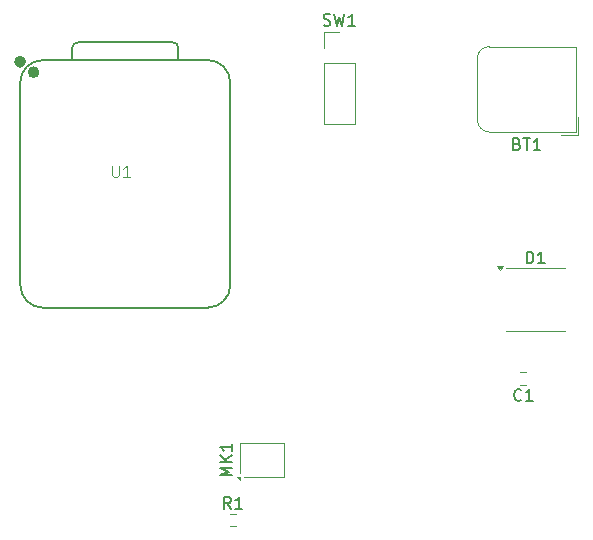
<source format=gbr>
%TF.GenerationSoftware,KiCad,Pcbnew,8.0.8*%
%TF.CreationDate,2025-02-16T12:10:03-08:00*%
%TF.ProjectId,514_pcb,3531345f-7063-4622-9e6b-696361645f70,rev?*%
%TF.SameCoordinates,Original*%
%TF.FileFunction,Legend,Top*%
%TF.FilePolarity,Positive*%
%FSLAX46Y46*%
G04 Gerber Fmt 4.6, Leading zero omitted, Abs format (unit mm)*
G04 Created by KiCad (PCBNEW 8.0.8) date 2025-02-16 12:10:03*
%MOMM*%
%LPD*%
G01*
G04 APERTURE LIST*
%ADD10C,0.083750*%
%ADD11C,0.150000*%
%ADD12C,0.127000*%
%ADD13C,0.100000*%
%ADD14C,0.504000*%
%ADD15C,0.120000*%
G04 APERTURE END LIST*
D10*
X95787619Y-81993193D02*
X95787619Y-82750098D01*
X95787619Y-82750098D02*
X95832142Y-82839146D01*
X95832142Y-82839146D02*
X95876666Y-82883670D01*
X95876666Y-82883670D02*
X95965714Y-82928193D01*
X95965714Y-82928193D02*
X96143809Y-82928193D01*
X96143809Y-82928193D02*
X96232857Y-82883670D01*
X96232857Y-82883670D02*
X96277380Y-82839146D01*
X96277380Y-82839146D02*
X96321904Y-82750098D01*
X96321904Y-82750098D02*
X96321904Y-81993193D01*
X97256904Y-82928193D02*
X96722619Y-82928193D01*
X96989762Y-82928193D02*
X96989762Y-81993193D01*
X96989762Y-81993193D02*
X96900714Y-82126765D01*
X96900714Y-82126765D02*
X96811666Y-82215812D01*
X96811666Y-82215812D02*
X96722619Y-82260336D01*
D11*
X113666667Y-70077200D02*
X113809524Y-70124819D01*
X113809524Y-70124819D02*
X114047619Y-70124819D01*
X114047619Y-70124819D02*
X114142857Y-70077200D01*
X114142857Y-70077200D02*
X114190476Y-70029580D01*
X114190476Y-70029580D02*
X114238095Y-69934342D01*
X114238095Y-69934342D02*
X114238095Y-69839104D01*
X114238095Y-69839104D02*
X114190476Y-69743866D01*
X114190476Y-69743866D02*
X114142857Y-69696247D01*
X114142857Y-69696247D02*
X114047619Y-69648628D01*
X114047619Y-69648628D02*
X113857143Y-69601009D01*
X113857143Y-69601009D02*
X113761905Y-69553390D01*
X113761905Y-69553390D02*
X113714286Y-69505771D01*
X113714286Y-69505771D02*
X113666667Y-69410533D01*
X113666667Y-69410533D02*
X113666667Y-69315295D01*
X113666667Y-69315295D02*
X113714286Y-69220057D01*
X113714286Y-69220057D02*
X113761905Y-69172438D01*
X113761905Y-69172438D02*
X113857143Y-69124819D01*
X113857143Y-69124819D02*
X114095238Y-69124819D01*
X114095238Y-69124819D02*
X114238095Y-69172438D01*
X114571429Y-69124819D02*
X114809524Y-70124819D01*
X114809524Y-70124819D02*
X115000000Y-69410533D01*
X115000000Y-69410533D02*
X115190476Y-70124819D01*
X115190476Y-70124819D02*
X115428572Y-69124819D01*
X116333333Y-70124819D02*
X115761905Y-70124819D01*
X116047619Y-70124819D02*
X116047619Y-69124819D01*
X116047619Y-69124819D02*
X115952381Y-69267676D01*
X115952381Y-69267676D02*
X115857143Y-69362914D01*
X115857143Y-69362914D02*
X115761905Y-69410533D01*
X130861905Y-90254819D02*
X130861905Y-89254819D01*
X130861905Y-89254819D02*
X131100000Y-89254819D01*
X131100000Y-89254819D02*
X131242857Y-89302438D01*
X131242857Y-89302438D02*
X131338095Y-89397676D01*
X131338095Y-89397676D02*
X131385714Y-89492914D01*
X131385714Y-89492914D02*
X131433333Y-89683390D01*
X131433333Y-89683390D02*
X131433333Y-89826247D01*
X131433333Y-89826247D02*
X131385714Y-90016723D01*
X131385714Y-90016723D02*
X131338095Y-90111961D01*
X131338095Y-90111961D02*
X131242857Y-90207200D01*
X131242857Y-90207200D02*
X131100000Y-90254819D01*
X131100000Y-90254819D02*
X130861905Y-90254819D01*
X132385714Y-90254819D02*
X131814286Y-90254819D01*
X132100000Y-90254819D02*
X132100000Y-89254819D01*
X132100000Y-89254819D02*
X132004762Y-89397676D01*
X132004762Y-89397676D02*
X131909524Y-89492914D01*
X131909524Y-89492914D02*
X131814286Y-89540533D01*
X130420833Y-101789580D02*
X130373214Y-101837200D01*
X130373214Y-101837200D02*
X130230357Y-101884819D01*
X130230357Y-101884819D02*
X130135119Y-101884819D01*
X130135119Y-101884819D02*
X129992262Y-101837200D01*
X129992262Y-101837200D02*
X129897024Y-101741961D01*
X129897024Y-101741961D02*
X129849405Y-101646723D01*
X129849405Y-101646723D02*
X129801786Y-101456247D01*
X129801786Y-101456247D02*
X129801786Y-101313390D01*
X129801786Y-101313390D02*
X129849405Y-101122914D01*
X129849405Y-101122914D02*
X129897024Y-101027676D01*
X129897024Y-101027676D02*
X129992262Y-100932438D01*
X129992262Y-100932438D02*
X130135119Y-100884819D01*
X130135119Y-100884819D02*
X130230357Y-100884819D01*
X130230357Y-100884819D02*
X130373214Y-100932438D01*
X130373214Y-100932438D02*
X130420833Y-100980057D01*
X131373214Y-101884819D02*
X130801786Y-101884819D01*
X131087500Y-101884819D02*
X131087500Y-100884819D01*
X131087500Y-100884819D02*
X130992262Y-101027676D01*
X130992262Y-101027676D02*
X130897024Y-101122914D01*
X130897024Y-101122914D02*
X130801786Y-101170533D01*
X105833333Y-111024819D02*
X105500000Y-110548628D01*
X105261905Y-111024819D02*
X105261905Y-110024819D01*
X105261905Y-110024819D02*
X105642857Y-110024819D01*
X105642857Y-110024819D02*
X105738095Y-110072438D01*
X105738095Y-110072438D02*
X105785714Y-110120057D01*
X105785714Y-110120057D02*
X105833333Y-110215295D01*
X105833333Y-110215295D02*
X105833333Y-110358152D01*
X105833333Y-110358152D02*
X105785714Y-110453390D01*
X105785714Y-110453390D02*
X105738095Y-110501009D01*
X105738095Y-110501009D02*
X105642857Y-110548628D01*
X105642857Y-110548628D02*
X105261905Y-110548628D01*
X106785714Y-111024819D02*
X106214286Y-111024819D01*
X106500000Y-111024819D02*
X106500000Y-110024819D01*
X106500000Y-110024819D02*
X106404762Y-110167676D01*
X106404762Y-110167676D02*
X106309524Y-110262914D01*
X106309524Y-110262914D02*
X106214286Y-110310533D01*
X105912819Y-108209523D02*
X104912819Y-108209523D01*
X104912819Y-108209523D02*
X105627104Y-107876190D01*
X105627104Y-107876190D02*
X104912819Y-107542857D01*
X104912819Y-107542857D02*
X105912819Y-107542857D01*
X105912819Y-107066666D02*
X104912819Y-107066666D01*
X105912819Y-106495238D02*
X105341390Y-106923809D01*
X104912819Y-106495238D02*
X105484247Y-107066666D01*
X105912819Y-105542857D02*
X105912819Y-106114285D01*
X105912819Y-105828571D02*
X104912819Y-105828571D01*
X104912819Y-105828571D02*
X105055676Y-105923809D01*
X105055676Y-105923809D02*
X105150914Y-106019047D01*
X105150914Y-106019047D02*
X105198533Y-106114285D01*
X130064285Y-80131009D02*
X130207142Y-80178628D01*
X130207142Y-80178628D02*
X130254761Y-80226247D01*
X130254761Y-80226247D02*
X130302380Y-80321485D01*
X130302380Y-80321485D02*
X130302380Y-80464342D01*
X130302380Y-80464342D02*
X130254761Y-80559580D01*
X130254761Y-80559580D02*
X130207142Y-80607200D01*
X130207142Y-80607200D02*
X130111904Y-80654819D01*
X130111904Y-80654819D02*
X129730952Y-80654819D01*
X129730952Y-80654819D02*
X129730952Y-79654819D01*
X129730952Y-79654819D02*
X130064285Y-79654819D01*
X130064285Y-79654819D02*
X130159523Y-79702438D01*
X130159523Y-79702438D02*
X130207142Y-79750057D01*
X130207142Y-79750057D02*
X130254761Y-79845295D01*
X130254761Y-79845295D02*
X130254761Y-79940533D01*
X130254761Y-79940533D02*
X130207142Y-80035771D01*
X130207142Y-80035771D02*
X130159523Y-80083390D01*
X130159523Y-80083390D02*
X130064285Y-80131009D01*
X130064285Y-80131009D02*
X129730952Y-80131009D01*
X130588095Y-79654819D02*
X131159523Y-79654819D01*
X130873809Y-80654819D02*
X130873809Y-79654819D01*
X132016666Y-80654819D02*
X131445238Y-80654819D01*
X131730952Y-80654819D02*
X131730952Y-79654819D01*
X131730952Y-79654819D02*
X131635714Y-79797676D01*
X131635714Y-79797676D02*
X131540476Y-79892914D01*
X131540476Y-79892914D02*
X131445238Y-79940533D01*
D12*
%TO.C,U1*%
X87990000Y-92089000D02*
X87990000Y-74944000D01*
X89895000Y-93994000D02*
X103865000Y-93994000D01*
X92385000Y-73039000D02*
X92388728Y-72028728D01*
X92888728Y-71529000D02*
X100884000Y-71529000D01*
X101384000Y-72029000D02*
X101384000Y-73039000D01*
D13*
X103865000Y-73039000D02*
X89895000Y-73039000D01*
D12*
X103865000Y-73039000D02*
X89895000Y-73039000D01*
X105770000Y-92089000D02*
X105770000Y-74944000D01*
X87990000Y-74944000D02*
G75*
G02*
X89895000Y-73039000I1905001J-1D01*
G01*
X89895000Y-93994000D02*
G75*
G02*
X87990000Y-92089000I1J1905001D01*
G01*
X92388728Y-72028728D02*
G75*
G02*
X92888728Y-71529001I500018J-291D01*
G01*
X100884000Y-71529000D02*
G75*
G02*
X101384000Y-72029000I0J-500000D01*
G01*
X103865000Y-73039000D02*
G75*
G02*
X105770000Y-74944000I0J-1905000D01*
G01*
X105770000Y-92089000D02*
G75*
G02*
X103865000Y-93994000I-1905000J0D01*
G01*
D14*
X88228000Y-73180000D02*
G75*
G02*
X87724000Y-73180000I-252000J0D01*
G01*
X87724000Y-73180000D02*
G75*
G02*
X88228000Y-73180000I252000J0D01*
G01*
X89371000Y-74060000D02*
G75*
G02*
X88867000Y-74060000I-252000J0D01*
G01*
X88867000Y-74060000D02*
G75*
G02*
X89371000Y-74060000I252000J0D01*
G01*
D15*
%TO.C,SW1*%
X113670000Y-70670000D02*
X115000000Y-70670000D01*
X113670000Y-72000000D02*
X113670000Y-70670000D01*
X113670000Y-73270000D02*
X113670000Y-78410000D01*
X113670000Y-73270000D02*
X116330000Y-73270000D01*
X113670000Y-78410000D02*
X116330000Y-78410000D01*
X116330000Y-73270000D02*
X116330000Y-78410000D01*
%TO.C,D1*%
X129100000Y-90600000D02*
X134100000Y-90600000D01*
X134100000Y-96000000D02*
X129100000Y-96000000D01*
X128600000Y-90800000D02*
X128360000Y-90470000D01*
X128840000Y-90470000D01*
X128600000Y-90800000D01*
G36*
X128600000Y-90800000D02*
G01*
X128360000Y-90470000D01*
X128840000Y-90470000D01*
X128600000Y-90800000D01*
G37*
%TO.C,C1*%
X130842224Y-100522500D02*
X130332776Y-100522500D01*
X130842224Y-99477500D02*
X130332776Y-99477500D01*
%TO.C,R1*%
X105745276Y-111477500D02*
X106254724Y-111477500D01*
X105745276Y-112522500D02*
X106254724Y-112522500D01*
%TO.C,MK1*%
X106608000Y-105475000D02*
X110308000Y-105475000D01*
X106608000Y-108025000D02*
X106608000Y-105475000D01*
X110308000Y-105475000D02*
X110308000Y-108325000D01*
X110308000Y-108325000D02*
X106908000Y-108325000D01*
X106608000Y-108605000D02*
X106328000Y-108325000D01*
X106608000Y-108325000D01*
X106608000Y-108605000D01*
G36*
X106608000Y-108605000D02*
G01*
X106328000Y-108325000D01*
X106608000Y-108325000D01*
X106608000Y-108605000D01*
G37*
%TO.C,BT1*%
X135250000Y-79350000D02*
X133750000Y-79350000D01*
X135250000Y-77850000D02*
X135250000Y-79350000D01*
X135010000Y-79110000D02*
X135010000Y-71890000D01*
X135010000Y-71890000D02*
X127690000Y-71890000D01*
X127690000Y-79110000D02*
X135010000Y-79110000D01*
X126690000Y-78110000D02*
X126690000Y-72890000D01*
X127690000Y-79110000D02*
G75*
G02*
X126690000Y-78110000I0J1000000D01*
G01*
X126690000Y-72890000D02*
G75*
G02*
X127690000Y-71890000I1000000J0D01*
G01*
%TD*%
M02*

</source>
